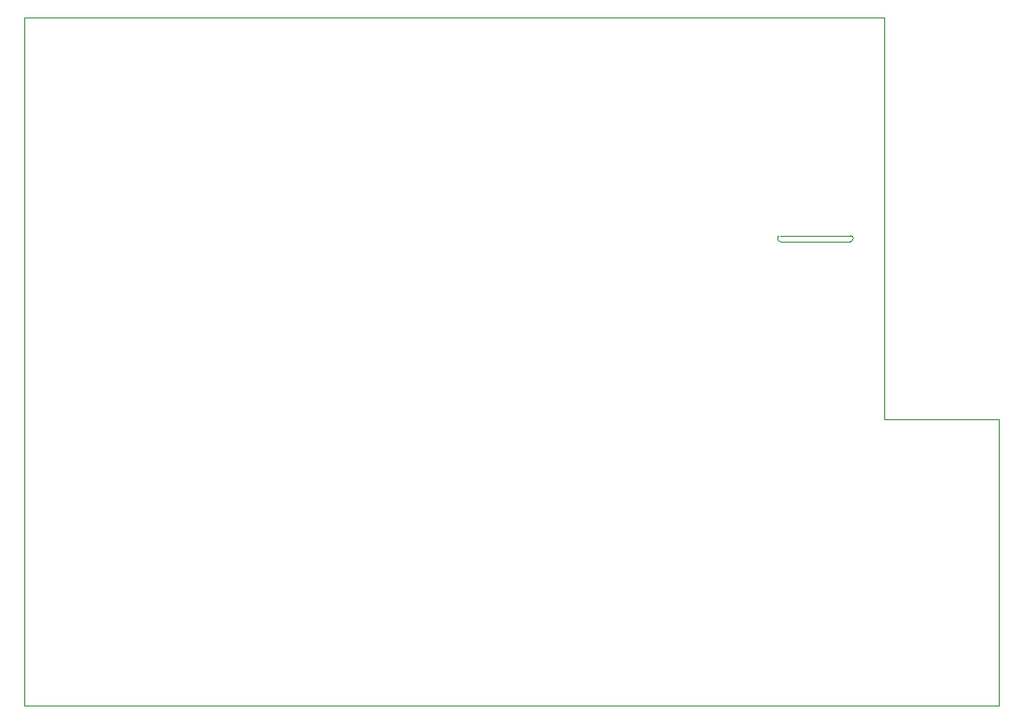
<source format=gbr>
G04 #@! TF.GenerationSoftware,KiCad,Pcbnew,(5.1.5)-3*
G04 #@! TF.CreationDate,2020-05-14T21:27:18-06:00*
G04 #@! TF.ProjectId,GarageDoorPowerBoard,47617261-6765-4446-9f6f-72506f776572,rev?*
G04 #@! TF.SameCoordinates,Original*
G04 #@! TF.FileFunction,Profile,NP*
%FSLAX46Y46*%
G04 Gerber Fmt 4.6, Leading zero omitted, Abs format (unit mm)*
G04 Created by KiCad (PCBNEW (5.1.5)-3) date 2020-05-14 21:27:18*
%MOMM*%
%LPD*%
G04 APERTURE LIST*
%ADD10C,0.050000*%
G04 APERTURE END LIST*
D10*
X173622600Y-80924400D02*
X167522600Y-80924400D01*
X173622600Y-81432400D02*
X167522600Y-81432400D01*
X167522600Y-81432400D02*
G75*
G02X167522600Y-80924400I0J254000D01*
G01*
X173626400Y-80924400D02*
G75*
G02X173626400Y-81432400I0J-254000D01*
G01*
X101600000Y-61920000D02*
X176600000Y-61920000D01*
X101600000Y-121920000D02*
X101600000Y-61920000D01*
X186600000Y-121920000D02*
X101600000Y-121920000D01*
X186600000Y-96920000D02*
X186600000Y-121920000D01*
X176600000Y-96920000D02*
X186600000Y-96920000D01*
X176600000Y-61920000D02*
X176600000Y-96920000D01*
M02*

</source>
